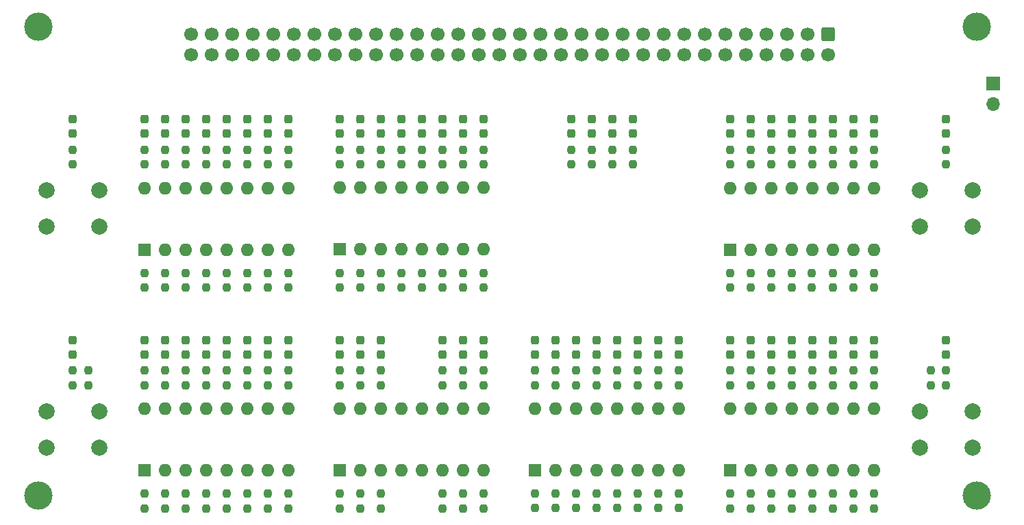
<source format=gbr>
%TF.GenerationSoftware,KiCad,Pcbnew,7.0.1*%
%TF.CreationDate,2023-08-25T15:29:08+01:00*%
%TF.ProjectId,Control_panel,436f6e74-726f-46c5-9f70-616e656c2e6b,rev?*%
%TF.SameCoordinates,Original*%
%TF.FileFunction,Soldermask,Top*%
%TF.FilePolarity,Negative*%
%FSLAX46Y46*%
G04 Gerber Fmt 4.6, Leading zero omitted, Abs format (unit mm)*
G04 Created by KiCad (PCBNEW 7.0.1) date 2023-08-25 15:29:08*
%MOMM*%
%LPD*%
G01*
G04 APERTURE LIST*
G04 Aperture macros list*
%AMRoundRect*
0 Rectangle with rounded corners*
0 $1 Rounding radius*
0 $2 $3 $4 $5 $6 $7 $8 $9 X,Y pos of 4 corners*
0 Add a 4 corners polygon primitive as box body*
4,1,4,$2,$3,$4,$5,$6,$7,$8,$9,$2,$3,0*
0 Add four circle primitives for the rounded corners*
1,1,$1+$1,$2,$3*
1,1,$1+$1,$4,$5*
1,1,$1+$1,$6,$7*
1,1,$1+$1,$8,$9*
0 Add four rect primitives between the rounded corners*
20,1,$1+$1,$2,$3,$4,$5,0*
20,1,$1+$1,$4,$5,$6,$7,0*
20,1,$1+$1,$6,$7,$8,$9,0*
20,1,$1+$1,$8,$9,$2,$3,0*%
G04 Aperture macros list end*
%ADD10RoundRect,0.237500X0.237500X-0.287500X0.237500X0.287500X-0.237500X0.287500X-0.237500X-0.287500X0*%
%ADD11RoundRect,0.237500X-0.237500X0.287500X-0.237500X-0.287500X0.237500X-0.287500X0.237500X0.287500X0*%
%ADD12RoundRect,0.237500X0.237500X-0.250000X0.237500X0.250000X-0.237500X0.250000X-0.237500X-0.250000X0*%
%ADD13RoundRect,0.237500X-0.237500X0.250000X-0.237500X-0.250000X0.237500X-0.250000X0.237500X0.250000X0*%
%ADD14R,1.600000X1.600000*%
%ADD15O,1.600000X1.600000*%
%ADD16C,3.500000*%
%ADD17C,2.000000*%
%ADD18RoundRect,0.250000X-0.600000X0.600000X-0.600000X-0.600000X0.600000X-0.600000X0.600000X0.600000X0*%
%ADD19C,1.700000*%
%ADD20R,1.700000X1.700000*%
%ADD21O,1.700000X1.700000*%
G04 APERTURE END LIST*
D10*
%TO.C,D38*%
X126365000Y-81520000D03*
X126365000Y-79770000D03*
%TD*%
D11*
%TO.C,D6*%
X210185000Y-79770000D03*
X210185000Y-81520000D03*
%TD*%
D12*
%TO.C,R119*%
X183515000Y-100607500D03*
X183515000Y-98782500D03*
%TD*%
%TO.C,R1*%
X102235000Y-85367500D03*
X102235000Y-83542500D03*
%TD*%
D10*
%TO.C,D5*%
X166370000Y-54215000D03*
X166370000Y-52465000D03*
%TD*%
D12*
%TO.C,R94*%
X167005000Y-100565000D03*
X167005000Y-98740000D03*
%TD*%
%TO.C,R103*%
X188595000Y-100607500D03*
X188595000Y-98782500D03*
%TD*%
D13*
%TO.C,R68*%
X126365000Y-83542500D03*
X126365000Y-85367500D03*
%TD*%
%TO.C,R105*%
X137795000Y-83542500D03*
X137795000Y-85367500D03*
%TD*%
D12*
%TO.C,R65*%
X153035000Y-100607500D03*
X153035000Y-98782500D03*
%TD*%
D11*
%TO.C,D17*%
X147955000Y-52465000D03*
X147955000Y-54215000D03*
%TD*%
D13*
%TO.C,R26*%
X196215000Y-56237500D03*
X196215000Y-58062500D03*
%TD*%
D12*
%TO.C,R102*%
X164465000Y-100565000D03*
X164465000Y-98740000D03*
%TD*%
D13*
%TO.C,R114*%
X159385000Y-83542500D03*
X159385000Y-85367500D03*
%TD*%
D14*
%TO.C,SW9*%
X135255000Y-95885000D03*
D15*
X137795000Y-95885000D03*
X140335000Y-95885000D03*
X142875000Y-95885000D03*
X145415000Y-95885000D03*
X147955000Y-95885000D03*
X150495000Y-95885000D03*
X153035000Y-95885000D03*
X153035000Y-88265000D03*
X150495000Y-88265000D03*
X147955000Y-88265000D03*
X145415000Y-88265000D03*
X142875000Y-88265000D03*
X140335000Y-88265000D03*
X137795000Y-88265000D03*
X135255000Y-88265000D03*
%TD*%
D13*
%TO.C,R56*%
X183515000Y-56237500D03*
X183515000Y-58062500D03*
%TD*%
%TO.C,R115*%
X183515000Y-83542500D03*
X183515000Y-85367500D03*
%TD*%
%TO.C,R61*%
X153035000Y-83542500D03*
X153035000Y-85367500D03*
%TD*%
D12*
%TO.C,R109*%
X137795000Y-100607500D03*
X137795000Y-98782500D03*
%TD*%
D11*
%TO.C,D11*%
X153035000Y-52465000D03*
X153035000Y-54215000D03*
%TD*%
D10*
%TO.C,D42*%
X123825000Y-81520000D03*
X123825000Y-79770000D03*
%TD*%
D11*
%TO.C,D40*%
X174625000Y-79770000D03*
X174625000Y-81520000D03*
%TD*%
D12*
%TO.C,R58*%
X135255000Y-73302500D03*
X135255000Y-71477500D03*
%TD*%
D14*
%TO.C,SW11*%
X183515000Y-95885000D03*
D15*
X186055000Y-95885000D03*
X188595000Y-95885000D03*
X191135000Y-95885000D03*
X193675000Y-95885000D03*
X196215000Y-95885000D03*
X198755000Y-95885000D03*
X201295000Y-95885000D03*
X201295000Y-88265000D03*
X198755000Y-88265000D03*
X196215000Y-88265000D03*
X193675000Y-88265000D03*
X191135000Y-88265000D03*
X188595000Y-88265000D03*
X186055000Y-88265000D03*
X183515000Y-88265000D03*
%TD*%
D14*
%TO.C,SW8*%
X111125000Y-95885000D03*
D15*
X113665000Y-95885000D03*
X116205000Y-95885000D03*
X118745000Y-95885000D03*
X121285000Y-95885000D03*
X123825000Y-95885000D03*
X126365000Y-95885000D03*
X128905000Y-95885000D03*
X128905000Y-88265000D03*
X126365000Y-88265000D03*
X123825000Y-88265000D03*
X121285000Y-88265000D03*
X118745000Y-88265000D03*
X116205000Y-88265000D03*
X113665000Y-88265000D03*
X111125000Y-88265000D03*
%TD*%
D13*
%TO.C,R71*%
X198755000Y-83542500D03*
X198755000Y-85367500D03*
%TD*%
%TO.C,R113*%
X135255000Y-83542500D03*
X135255000Y-85367500D03*
%TD*%
D12*
%TO.C,R101*%
X140335000Y-100607500D03*
X140335000Y-98782500D03*
%TD*%
D13*
%TO.C,R7*%
X210185000Y-83542500D03*
X210185000Y-85367500D03*
%TD*%
D11*
%TO.C,D15*%
X198755000Y-52465000D03*
X198755000Y-54215000D03*
%TD*%
%TO.C,D23*%
X142875000Y-52465000D03*
X142875000Y-54215000D03*
%TD*%
D16*
%TO.C,H4*%
X214000000Y-99000000D03*
%TD*%
D17*
%TO.C,SW2*%
X213435000Y-93055000D03*
X206935000Y-93055000D03*
X213435000Y-88555000D03*
X206935000Y-88555000D03*
%TD*%
D10*
%TO.C,D37*%
X201295000Y-81520000D03*
X201295000Y-79770000D03*
%TD*%
D11*
%TO.C,D47*%
X169545000Y-79770000D03*
X169545000Y-81520000D03*
%TD*%
D13*
%TO.C,R91*%
X167005000Y-83542500D03*
X167005000Y-85367500D03*
%TD*%
D12*
%TO.C,R35*%
X193548000Y-73302500D03*
X193548000Y-71477500D03*
%TD*%
%TO.C,R100*%
X116205000Y-100607500D03*
X116205000Y-98782500D03*
%TD*%
D13*
%TO.C,R112*%
X111125000Y-83542500D03*
X111125000Y-85367500D03*
%TD*%
%TO.C,R76*%
X123825000Y-83542500D03*
X123825000Y-85367500D03*
%TD*%
%TO.C,R49*%
X137795000Y-56237500D03*
X137795000Y-58062500D03*
%TD*%
D10*
%TO.C,D7*%
X163830000Y-54215000D03*
X163830000Y-52465000D03*
%TD*%
D12*
%TO.C,R39*%
X118745000Y-73302500D03*
X118745000Y-71477500D03*
%TD*%
D11*
%TO.C,D54*%
X164465000Y-79770000D03*
X164465000Y-81520000D03*
%TD*%
D10*
%TO.C,D61*%
X135255000Y-81520000D03*
X135255000Y-79770000D03*
%TD*%
D13*
%TO.C,R43*%
X140335000Y-56237500D03*
X140335000Y-58062500D03*
%TD*%
D12*
%TO.C,R59*%
X183515000Y-73302500D03*
X183515000Y-71477500D03*
%TD*%
%TO.C,R2*%
X171450000Y-58062500D03*
X171450000Y-56237500D03*
%TD*%
%TO.C,R46*%
X140335000Y-73302500D03*
X140335000Y-71477500D03*
%TD*%
D13*
%TO.C,R42*%
X116205000Y-56237500D03*
X116205000Y-58062500D03*
%TD*%
%TO.C,R8*%
X208280000Y-83542500D03*
X208280000Y-85367500D03*
%TD*%
D17*
%TO.C,SW3*%
X105485000Y-65750000D03*
X98985000Y-65750000D03*
X105485000Y-61250000D03*
X98985000Y-61250000D03*
%TD*%
D11*
%TO.C,D33*%
X183515000Y-52465000D03*
X183515000Y-54215000D03*
%TD*%
D13*
%TO.C,R107*%
X186055000Y-83542500D03*
X186055000Y-85367500D03*
%TD*%
D11*
%TO.C,D32*%
X135255000Y-52465000D03*
X135255000Y-54215000D03*
%TD*%
%TO.C,D18*%
X196215000Y-52465000D03*
X196215000Y-54215000D03*
%TD*%
D13*
%TO.C,R78*%
X172085000Y-83542500D03*
X172085000Y-85367500D03*
%TD*%
D12*
%TO.C,R89*%
X193675000Y-100607500D03*
X193675000Y-98782500D03*
%TD*%
D11*
%TO.C,D30*%
X186055000Y-52465000D03*
X186055000Y-54215000D03*
%TD*%
%TO.C,D48*%
X193675000Y-79770000D03*
X193675000Y-81520000D03*
%TD*%
D13*
%TO.C,R50*%
X186055000Y-56237500D03*
X186055000Y-58062500D03*
%TD*%
%TO.C,R48*%
X113665000Y-56237500D03*
X113665000Y-58062500D03*
%TD*%
D11*
%TO.C,D26*%
X140335000Y-52465000D03*
X140335000Y-54215000D03*
%TD*%
D12*
%TO.C,R57*%
X111125000Y-73302500D03*
X111125000Y-71477500D03*
%TD*%
D11*
%TO.C,D13*%
X126365000Y-52465000D03*
X126365000Y-54215000D03*
%TD*%
D13*
%TO.C,R36*%
X118745000Y-56237500D03*
X118745000Y-58062500D03*
%TD*%
%TO.C,R97*%
X140335000Y-83542500D03*
X140335000Y-85367500D03*
%TD*%
D12*
%TO.C,R81*%
X147955000Y-100607500D03*
X147955000Y-98782500D03*
%TD*%
D11*
%TO.C,D21*%
X193675000Y-52465000D03*
X193675000Y-54215000D03*
%TD*%
%TO.C,D44*%
X172085000Y-79770000D03*
X172085000Y-81520000D03*
%TD*%
D12*
%TO.C,R29*%
X196215000Y-73302500D03*
X196215000Y-71477500D03*
%TD*%
D11*
%TO.C,D62*%
X159385000Y-79770000D03*
X159385000Y-81520000D03*
%TD*%
D12*
%TO.C,R9*%
X163830000Y-58062500D03*
X163830000Y-56237500D03*
%TD*%
D13*
%TO.C,R19*%
X150495000Y-56237500D03*
X150495000Y-58062500D03*
%TD*%
%TO.C,R98*%
X164465000Y-83542500D03*
X164465000Y-85367500D03*
%TD*%
D12*
%TO.C,R40*%
X142875000Y-73302500D03*
X142875000Y-71477500D03*
%TD*%
D17*
%TO.C,SW1*%
X105485000Y-93055000D03*
X98985000Y-93055000D03*
X105485000Y-88555000D03*
X98985000Y-88555000D03*
%TD*%
D13*
%TO.C,R38*%
X191135000Y-56237500D03*
X191135000Y-58062500D03*
%TD*%
%TO.C,R25*%
X147955000Y-56237500D03*
X147955000Y-58062500D03*
%TD*%
%TO.C,R85*%
X169545000Y-83542500D03*
X169545000Y-85367500D03*
%TD*%
D11*
%TO.C,D10*%
X128905000Y-52465000D03*
X128905000Y-54215000D03*
%TD*%
%TO.C,D27*%
X188595000Y-52465000D03*
X188595000Y-54215000D03*
%TD*%
%TO.C,D20*%
X145415000Y-52465000D03*
X145415000Y-54215000D03*
%TD*%
D13*
%TO.C,R12*%
X128905000Y-56237500D03*
X128905000Y-58062500D03*
%TD*%
D10*
%TO.C,D3*%
X168910000Y-54215000D03*
X168910000Y-52465000D03*
%TD*%
D13*
%TO.C,R10*%
X102235000Y-56237500D03*
X102235000Y-58062500D03*
%TD*%
D14*
%TO.C,SW6*%
X135245000Y-68537500D03*
D15*
X137785000Y-68537500D03*
X140325000Y-68537500D03*
X142865000Y-68537500D03*
X145405000Y-68537500D03*
X147945000Y-68537500D03*
X150485000Y-68537500D03*
X153025000Y-68537500D03*
X153025000Y-60917500D03*
X150485000Y-60917500D03*
X147945000Y-60917500D03*
X145405000Y-60917500D03*
X142865000Y-60917500D03*
X140325000Y-60917500D03*
X137785000Y-60917500D03*
X135245000Y-60917500D03*
%TD*%
D12*
%TO.C,R87*%
X121285000Y-100607500D03*
X121285000Y-98782500D03*
%TD*%
D13*
%TO.C,R106*%
X161925000Y-83542500D03*
X161925000Y-85367500D03*
%TD*%
%TO.C,R30*%
X121285000Y-56237500D03*
X121285000Y-58062500D03*
%TD*%
D12*
%TO.C,R17*%
X201295000Y-73302500D03*
X201295000Y-71477500D03*
%TD*%
D13*
%TO.C,R54*%
X111125000Y-56237500D03*
X111125000Y-58062500D03*
%TD*%
D12*
%TO.C,R51*%
X113665000Y-73302500D03*
X113665000Y-71477500D03*
%TD*%
D11*
%TO.C,D19*%
X121285000Y-52465000D03*
X121285000Y-54215000D03*
%TD*%
D16*
%TO.C,H1*%
X98000000Y-41000000D03*
%TD*%
D18*
%TO.C,J1*%
X195580000Y-41910000D03*
D19*
X195580000Y-44450000D03*
X193040000Y-41910000D03*
X193040000Y-44450000D03*
X190500000Y-41910000D03*
X190500000Y-44450000D03*
X187960000Y-41910000D03*
X187960000Y-44450000D03*
X185420000Y-41910000D03*
X185420000Y-44450000D03*
X182880000Y-41910000D03*
X182880000Y-44450000D03*
X180340000Y-41910000D03*
X180340000Y-44450000D03*
X177800000Y-41910000D03*
X177800000Y-44450000D03*
X175260000Y-41910000D03*
X175260000Y-44450000D03*
X172720000Y-41910000D03*
X172720000Y-44450000D03*
X170180000Y-41910000D03*
X170180000Y-44450000D03*
X167640000Y-41910000D03*
X167640000Y-44450000D03*
X165100000Y-41910000D03*
X165100000Y-44450000D03*
X162560000Y-41910000D03*
X162560000Y-44450000D03*
X160020000Y-41910000D03*
X160020000Y-44450000D03*
X157480000Y-41910000D03*
X157480000Y-44450000D03*
X154940000Y-41910000D03*
X154940000Y-44450000D03*
X152400000Y-41910000D03*
X152400000Y-44450000D03*
X149860000Y-41910000D03*
X149860000Y-44450000D03*
X147320000Y-41910000D03*
X147320000Y-44450000D03*
X144780000Y-41910000D03*
X144780000Y-44450000D03*
X142240000Y-41910000D03*
X142240000Y-44450000D03*
X139700000Y-41910000D03*
X139700000Y-44450000D03*
X137160000Y-41910000D03*
X137160000Y-44450000D03*
X134620000Y-41910000D03*
X134620000Y-44450000D03*
X132080000Y-41910000D03*
X132080000Y-44450000D03*
X129540000Y-41910000D03*
X129540000Y-44450000D03*
X127000000Y-41910000D03*
X127000000Y-44450000D03*
X124460000Y-41910000D03*
X124460000Y-44450000D03*
X121920000Y-41910000D03*
X121920000Y-44450000D03*
X119380000Y-41910000D03*
X119380000Y-44450000D03*
X116840000Y-41910000D03*
X116840000Y-44450000D03*
%TD*%
D11*
%TO.C,D39*%
X150495000Y-79770000D03*
X150495000Y-81520000D03*
%TD*%
%TO.C,D8*%
X102235000Y-52465000D03*
X102235000Y-54215000D03*
%TD*%
D16*
%TO.C,H3*%
X98000000Y-99000000D03*
%TD*%
D12*
%TO.C,R118*%
X159385000Y-100565000D03*
X159385000Y-98740000D03*
%TD*%
%TO.C,R75*%
X198755000Y-100607500D03*
X198755000Y-98782500D03*
%TD*%
D11*
%TO.C,D63*%
X183515000Y-79770000D03*
X183515000Y-81520000D03*
%TD*%
D14*
%TO.C,SW10*%
X159385000Y-95842500D03*
D15*
X161925000Y-95842500D03*
X164465000Y-95842500D03*
X167005000Y-95842500D03*
X169545000Y-95842500D03*
X172085000Y-95842500D03*
X174625000Y-95842500D03*
X177165000Y-95842500D03*
X177165000Y-88222500D03*
X174625000Y-88222500D03*
X172085000Y-88222500D03*
X169545000Y-88222500D03*
X167005000Y-88222500D03*
X164465000Y-88222500D03*
X161925000Y-88222500D03*
X159385000Y-88222500D03*
%TD*%
D13*
%TO.C,R31*%
X145415000Y-56237500D03*
X145415000Y-58062500D03*
%TD*%
D14*
%TO.C,SW5*%
X111125000Y-68580000D03*
D15*
X113665000Y-68580000D03*
X116205000Y-68580000D03*
X118745000Y-68580000D03*
X121285000Y-68580000D03*
X123825000Y-68580000D03*
X126365000Y-68580000D03*
X128905000Y-68580000D03*
X128905000Y-60960000D03*
X126365000Y-60960000D03*
X123825000Y-60960000D03*
X121285000Y-60960000D03*
X118745000Y-60960000D03*
X116205000Y-60960000D03*
X113665000Y-60960000D03*
X111125000Y-60960000D03*
%TD*%
D13*
%TO.C,R92*%
X191135000Y-83542500D03*
X191135000Y-85367500D03*
%TD*%
%TO.C,R11*%
X210185000Y-56237500D03*
X210185000Y-58062500D03*
%TD*%
%TO.C,R32*%
X193675000Y-56237500D03*
X193675000Y-58062500D03*
%TD*%
D11*
%TO.C,D35*%
X153035000Y-79770000D03*
X153035000Y-81520000D03*
%TD*%
D12*
%TO.C,R22*%
X150495000Y-73302500D03*
X150495000Y-71477500D03*
%TD*%
D11*
%TO.C,D28*%
X113665000Y-52465000D03*
X113665000Y-54215000D03*
%TD*%
%TO.C,D58*%
X161925000Y-79770000D03*
X161925000Y-81520000D03*
%TD*%
D12*
%TO.C,R4*%
X168910000Y-58062500D03*
X168910000Y-56237500D03*
%TD*%
D10*
%TO.C,D2*%
X171450000Y-54215000D03*
X171450000Y-52465000D03*
%TD*%
D12*
%TO.C,R73*%
X150495000Y-100607500D03*
X150495000Y-98782500D03*
%TD*%
D11*
%TO.C,D55*%
X188595000Y-79770000D03*
X188595000Y-81520000D03*
%TD*%
D13*
%TO.C,R60*%
X128905000Y-83542500D03*
X128905000Y-85367500D03*
%TD*%
D11*
%TO.C,D50*%
X167005000Y-79770000D03*
X167005000Y-81520000D03*
%TD*%
D12*
%TO.C,R16*%
X153035000Y-73302500D03*
X153035000Y-71477500D03*
%TD*%
D13*
%TO.C,R99*%
X188595000Y-83542500D03*
X188595000Y-85367500D03*
%TD*%
D11*
%TO.C,D43*%
X147955000Y-79770000D03*
X147955000Y-81520000D03*
%TD*%
D13*
%TO.C,R96*%
X116205000Y-83542500D03*
X116205000Y-85367500D03*
%TD*%
D11*
%TO.C,D22*%
X118745000Y-52465000D03*
X118745000Y-54215000D03*
%TD*%
D12*
%TO.C,R34*%
X145415000Y-73302500D03*
X145415000Y-71477500D03*
%TD*%
D13*
%TO.C,R63*%
X201295000Y-83542500D03*
X201295000Y-85367500D03*
%TD*%
D10*
%TO.C,D52*%
X116205000Y-81520000D03*
X116205000Y-79770000D03*
%TD*%
D13*
%TO.C,R14*%
X201295000Y-56237500D03*
X201295000Y-58062500D03*
%TD*%
D10*
%TO.C,D49*%
X118745000Y-81520000D03*
X118745000Y-79770000D03*
%TD*%
D13*
%TO.C,R86*%
X193675000Y-83542500D03*
X193675000Y-85367500D03*
%TD*%
%TO.C,R37*%
X142875000Y-56237500D03*
X142875000Y-58062500D03*
%TD*%
%TO.C,R104*%
X113665000Y-83542500D03*
X113665000Y-85367500D03*
%TD*%
D12*
%TO.C,R80*%
X123825000Y-100607500D03*
X123825000Y-98782500D03*
%TD*%
%TO.C,R23*%
X198755000Y-73302500D03*
X198755000Y-71477500D03*
%TD*%
%TO.C,R111*%
X186055000Y-100607500D03*
X186055000Y-98782500D03*
%TD*%
D11*
%TO.C,D59*%
X186055000Y-79770000D03*
X186055000Y-81520000D03*
%TD*%
D12*
%TO.C,R74*%
X174625000Y-100565000D03*
X174625000Y-98740000D03*
%TD*%
%TO.C,R110*%
X161925000Y-100565000D03*
X161925000Y-98740000D03*
%TD*%
D11*
%TO.C,D25*%
X116205000Y-52465000D03*
X116205000Y-54215000D03*
%TD*%
D13*
%TO.C,R13*%
X153035000Y-56237500D03*
X153035000Y-58062500D03*
%TD*%
D11*
%TO.C,D12*%
X201295000Y-52465000D03*
X201295000Y-54215000D03*
%TD*%
D12*
%TO.C,R52*%
X137795000Y-73302500D03*
X137795000Y-71477500D03*
%TD*%
%TO.C,R116*%
X111125000Y-100607500D03*
X111125000Y-98782500D03*
%TD*%
D10*
%TO.C,D57*%
X137795000Y-81520000D03*
X137795000Y-79770000D03*
%TD*%
D13*
%TO.C,R44*%
X188595000Y-56237500D03*
X188595000Y-58062500D03*
%TD*%
D11*
%TO.C,D36*%
X177165000Y-79770000D03*
X177165000Y-81520000D03*
%TD*%
D13*
%TO.C,R24*%
X123825000Y-56237500D03*
X123825000Y-58062500D03*
%TD*%
D17*
%TO.C,SW4*%
X213435000Y-65750000D03*
X206935000Y-65750000D03*
X213435000Y-61250000D03*
X206935000Y-61250000D03*
%TD*%
D16*
%TO.C,H2*%
X214000000Y-41000000D03*
%TD*%
D12*
%TO.C,R3*%
X104140000Y-85367500D03*
X104140000Y-83542500D03*
%TD*%
%TO.C,R47*%
X188595000Y-73302500D03*
X188595000Y-71477500D03*
%TD*%
%TO.C,R33*%
X121285000Y-73302500D03*
X121285000Y-71477500D03*
%TD*%
%TO.C,R27*%
X123825000Y-73302500D03*
X123825000Y-71477500D03*
%TD*%
D10*
%TO.C,D34*%
X128905000Y-81520000D03*
X128905000Y-79770000D03*
%TD*%
D12*
%TO.C,R82*%
X172085000Y-100565000D03*
X172085000Y-98740000D03*
%TD*%
D13*
%TO.C,R79*%
X196215000Y-83542500D03*
X196215000Y-85367500D03*
%TD*%
D11*
%TO.C,D16*%
X123825000Y-52465000D03*
X123825000Y-54215000D03*
%TD*%
D13*
%TO.C,R55*%
X135255000Y-56237500D03*
X135255000Y-58062500D03*
%TD*%
D11*
%TO.C,D51*%
X191135000Y-79770000D03*
X191135000Y-81520000D03*
%TD*%
D10*
%TO.C,D56*%
X113665000Y-81520000D03*
X113665000Y-79770000D03*
%TD*%
D11*
%TO.C,D29*%
X137795000Y-52465000D03*
X137795000Y-54215000D03*
%TD*%
D13*
%TO.C,R77*%
X147955000Y-83542500D03*
X147955000Y-85367500D03*
%TD*%
%TO.C,R18*%
X126365000Y-56237500D03*
X126365000Y-58062500D03*
%TD*%
D12*
%TO.C,R117*%
X135255000Y-100607500D03*
X135255000Y-98782500D03*
%TD*%
D13*
%TO.C,R84*%
X121285000Y-83542500D03*
X121285000Y-85367500D03*
%TD*%
%TO.C,R90*%
X118745000Y-83542500D03*
X118745000Y-85367500D03*
%TD*%
D12*
%TO.C,R93*%
X118745000Y-100607500D03*
X118745000Y-98782500D03*
%TD*%
D13*
%TO.C,R69*%
X150495000Y-83542500D03*
X150495000Y-85367500D03*
%TD*%
%TO.C,R62*%
X177165000Y-83542500D03*
X177165000Y-85367500D03*
%TD*%
D11*
%TO.C,D24*%
X191135000Y-52465000D03*
X191135000Y-54215000D03*
%TD*%
D12*
%TO.C,R95*%
X191135000Y-100607500D03*
X191135000Y-98782500D03*
%TD*%
%TO.C,R15*%
X128905000Y-73302500D03*
X128905000Y-71477500D03*
%TD*%
D11*
%TO.C,D41*%
X198755000Y-79770000D03*
X198755000Y-81520000D03*
%TD*%
D12*
%TO.C,R67*%
X201295000Y-100607500D03*
X201295000Y-98782500D03*
%TD*%
%TO.C,R64*%
X128905000Y-100607500D03*
X128905000Y-98782500D03*
%TD*%
%TO.C,R41*%
X191135000Y-73302500D03*
X191135000Y-71477500D03*
%TD*%
D10*
%TO.C,D53*%
X140335000Y-81520000D03*
X140335000Y-79770000D03*
%TD*%
D12*
%TO.C,R83*%
X196215000Y-100607500D03*
X196215000Y-98782500D03*
%TD*%
D10*
%TO.C,D1*%
X102235000Y-81520000D03*
X102235000Y-79770000D03*
%TD*%
D13*
%TO.C,R20*%
X198755000Y-56237500D03*
X198755000Y-58062500D03*
%TD*%
D14*
%TO.C,SW7*%
X183515000Y-68580000D03*
D15*
X186055000Y-68580000D03*
X188595000Y-68580000D03*
X191135000Y-68580000D03*
X193675000Y-68580000D03*
X196215000Y-68580000D03*
X198755000Y-68580000D03*
X201295000Y-68580000D03*
X201295000Y-60960000D03*
X198755000Y-60960000D03*
X196215000Y-60960000D03*
X193675000Y-60960000D03*
X191135000Y-60960000D03*
X188595000Y-60960000D03*
X186055000Y-60960000D03*
X183515000Y-60960000D03*
%TD*%
D12*
%TO.C,R66*%
X177165000Y-100565000D03*
X177165000Y-98740000D03*
%TD*%
%TO.C,R6*%
X166370000Y-58062500D03*
X166370000Y-56237500D03*
%TD*%
D11*
%TO.C,D60*%
X111125000Y-79770000D03*
X111125000Y-81520000D03*
%TD*%
D12*
%TO.C,R28*%
X147955000Y-73302500D03*
X147955000Y-71477500D03*
%TD*%
%TO.C,R53*%
X186055000Y-73302500D03*
X186055000Y-71477500D03*
%TD*%
D13*
%TO.C,R70*%
X174625000Y-83542500D03*
X174625000Y-85367500D03*
%TD*%
D12*
%TO.C,R21*%
X126365000Y-73302500D03*
X126365000Y-71477500D03*
%TD*%
%TO.C,R88*%
X169545000Y-100565000D03*
X169545000Y-98740000D03*
%TD*%
D11*
%TO.C,D31*%
X111125000Y-52465000D03*
X111125000Y-54215000D03*
%TD*%
D12*
%TO.C,R72*%
X126365000Y-100607500D03*
X126365000Y-98782500D03*
%TD*%
D20*
%TO.C,J2*%
X216000000Y-48000000D03*
D21*
X216000000Y-50540000D03*
%TD*%
D11*
%TO.C,D9*%
X210185000Y-52465000D03*
X210185000Y-54215000D03*
%TD*%
%TO.C,D45*%
X196215000Y-79770000D03*
X196215000Y-81520000D03*
%TD*%
D12*
%TO.C,R108*%
X113665000Y-100607500D03*
X113665000Y-98782500D03*
%TD*%
D10*
%TO.C,D46*%
X121285000Y-81520000D03*
X121285000Y-79770000D03*
%TD*%
D12*
%TO.C,R45*%
X116205000Y-73302500D03*
X116205000Y-71477500D03*
%TD*%
D11*
%TO.C,D14*%
X150495000Y-52465000D03*
X150495000Y-54215000D03*
%TD*%
M02*

</source>
